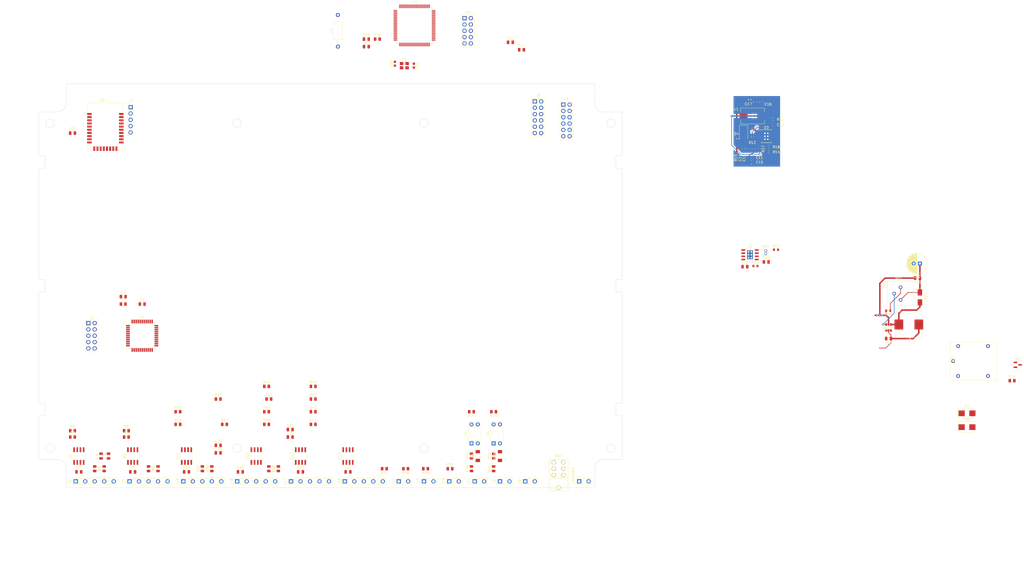
<source format=kicad_pcb>
(kicad_pcb (version 20211014) (generator pcbnew)

  (general
    (thickness 1.6)
  )

  (paper "A3")
  (layers
    (0 "F.Cu" signal)
    (31 "B.Cu" signal)
    (32 "B.Adhes" user "B.Adhesive")
    (33 "F.Adhes" user "F.Adhesive")
    (34 "B.Paste" user)
    (35 "F.Paste" user)
    (36 "B.SilkS" user "B.Silkscreen")
    (37 "F.SilkS" user "F.Silkscreen")
    (38 "B.Mask" user)
    (39 "F.Mask" user)
    (40 "Dwgs.User" user "User.Drawings")
    (41 "Cmts.User" user "User.Comments")
    (42 "Eco1.User" user "User.Eco1")
    (43 "Eco2.User" user "User.Eco2")
    (44 "Edge.Cuts" user)
    (45 "Margin" user)
    (46 "B.CrtYd" user "B.Courtyard")
    (47 "F.CrtYd" user "F.Courtyard")
    (48 "B.Fab" user)
    (49 "F.Fab" user)
    (50 "User.1" user)
    (51 "User.2" user)
    (52 "User.3" user)
    (53 "User.4" user)
    (54 "User.5" user)
    (55 "User.6" user)
    (56 "User.7" user)
    (57 "User.8" user)
    (58 "User.9" user)
  )

  (setup
    (stackup
      (layer "F.SilkS" (type "Top Silk Screen"))
      (layer "F.Paste" (type "Top Solder Paste"))
      (layer "F.Mask" (type "Top Solder Mask") (thickness 0.01))
      (layer "F.Cu" (type "copper") (thickness 0.035))
      (layer "dielectric 1" (type "core") (thickness 1.51) (material "FR4") (epsilon_r 4.5) (loss_tangent 0.02))
      (layer "B.Cu" (type "copper") (thickness 0.035))
      (layer "B.Mask" (type "Bottom Solder Mask") (thickness 0.01))
      (layer "B.Paste" (type "Bottom Solder Paste"))
      (layer "B.SilkS" (type "Bottom Silk Screen"))
      (copper_finish "None")
      (dielectric_constraints no)
    )
    (pad_to_mask_clearance 0)
    (pcbplotparams
      (layerselection 0x00010fc_ffffffff)
      (disableapertmacros false)
      (usegerberextensions false)
      (usegerberattributes true)
      (usegerberadvancedattributes true)
      (creategerberjobfile true)
      (svguseinch false)
      (svgprecision 6)
      (excludeedgelayer true)
      (plotframeref false)
      (viasonmask false)
      (mode 1)
      (useauxorigin false)
      (hpglpennumber 1)
      (hpglpenspeed 20)
      (hpglpendiameter 15.000000)
      (dxfpolygonmode true)
      (dxfimperialunits true)
      (dxfusepcbnewfont true)
      (psnegative false)
      (psa4output false)
      (plotreference true)
      (plotvalue true)
      (plotinvisibletext false)
      (sketchpadsonfab false)
      (subtractmaskfromsilk false)
      (outputformat 1)
      (mirror false)
      (drillshape 1)
      (scaleselection 1)
      (outputdirectory "")
    )
  )

  (net 0 "")
  (net 1 "VCC")
  (net 2 "GND")
  (net 3 "MOTOR1_A")
  (net 4 "MOTOR1_B")
  (net 5 "MOTOR2_A")
  (net 6 "MOTOR2_B")
  (net 7 "MOTOR3_A")
  (net 8 "MOTOR3_B")
  (net 9 "MOTOR4_A")
  (net 10 "MOTOR4_B")
  (net 11 "VALVE1_CLOSE")
  (net 12 "VALVE1_OPEN")
  (net 13 "VALVE2_CLOSE")
  (net 14 "VALVE2_OPEN")
  (net 15 "VALVE3_CLOSE")
  (net 16 "VALVE3_OPEN")
  (net 17 "MCU_LINE_PLUS")
  (net 18 "Net-(BT1-Pad1)")
  (net 19 "MCU_BAT_PLUS")
  (net 20 "MCU_PWR_SRC")
  (net 21 "Net-(C18-Pad1)")
  (net 22 "Net-(RV1-Pad2)")
  (net 23 "GNDD")
  (net 24 "MCU_FS1")
  (net 25 "Net-(C27-Pad1)")
  (net 26 "MCU_FS2")
  (net 27 "SWDIO")
  (net 28 "/MCU/ISP_RESET")
  (net 29 "SWDCLC")
  (net 30 "MCU_BAT_CHARGE")
  (net 31 "unconnected-(U1-Pad6)")
  (net 32 "unconnected-(U2-Pad6)")
  (net 33 "Net-(J5-Pad1)")
  (net 34 "MCU_LS1_DATA")
  (net 35 "MCU_LS2_DATA")
  (net 36 "MCU_LS1_CTRL")
  (net 37 "MCU_LS2_CTRL")
  (net 38 "MCU_LS3_DATA")
  (net 39 "MCU_LS3_CTRL")
  (net 40 "MCU_RXD")
  (net 41 "MCU_TXD")
  (net 42 "/MCU/ISP_MOSI")
  (net 43 "/MCU/ISP_SCK")
  (net 44 "/MCU/ISP_MISO")
  (net 45 "Net-(C14-Pad1)")
  (net 46 "unconnected-(SW1-Pad4)")
  (net 47 "unconnected-(SW1-Pad1)")
  (net 48 "Net-(Q1-Pad1)")
  (net 49 "/User control/LCD_V0")
  (net 50 "/User control/CLK")
  (net 51 "~{LCD_CS}")
  (net 52 "LCD_A0")
  (net 53 "~{LCD_WR}")
  (net 54 "/User control/~{LCD_RD}")
  (net 55 "LCD_DB3")
  (net 56 "LCD_DB2")
  (net 57 "LCD_DB1")
  (net 58 "LCD_DB0")
  (net 59 "BT_DBG_TXD")
  (net 60 "Net-(C34-Pad1)")
  (net 61 "Net-(C34-Pad2)")
  (net 62 "unconnected-(U6-Pad1)")
  (net 63 "unconnected-(U6-Pad2)")
  (net 64 "unconnected-(U6-Pad3)")
  (net 65 "unconnected-(U6-Pad4)")
  (net 66 "unconnected-(U6-Pad6)")
  (net 67 "unconnected-(U6-Pad8)")
  (net 68 "unconnected-(U6-Pad9)")
  (net 69 "unconnected-(U6-Pad17)")
  (net 70 "unconnected-(U6-Pad19)")
  (net 71 "unconnected-(U6-Pad25)")
  (net 72 "unconnected-(U6-Pad26)")
  (net 73 "unconnected-(U6-Pad27)")
  (net 74 "unconnected-(U6-Pad29)")
  (net 75 "unconnected-(U6-Pad35)")
  (net 76 "unconnected-(U6-Pad41)")
  (net 77 "unconnected-(U6-Pad43)")
  (net 78 "Net-(C2-Pad1)")
  (net 79 "Net-(C7-Pad1)")
  (net 80 "Net-(C7-Pad2)")
  (net 81 "Net-(C8-Pad1)")
  (net 82 "Net-(C8-Pad2)")
  (net 83 "Net-(C10-Pad1)")
  (net 84 "Net-(C13-Pad1)")
  (net 85 "Net-(C13-Pad2)")
  (net 86 "Net-(C14-Pad2)")
  (net 87 "Net-(C23-Pad1)")
  (net 88 "Net-(C24-Pad1)")
  (net 89 "Net-(C25-Pad1)")
  (net 90 "Net-(C35-Pad1)")
  (net 91 "Net-(C35-Pad2)")
  (net 92 "Net-(C40-Pad1)")
  (net 93 "Net-(C40-Pad2)")
  (net 94 "Net-(C41-Pad1)")
  (net 95 "Net-(C41-Pad2)")
  (net 96 "Net-(D3-Pad2)")
  (net 97 "Net-(D3-Pad4)")
  (net 98 "Net-(D3-Pad6)")
  (net 99 "Net-(D8-Pad2)")
  (net 100 "Net-(D9-Pad1)")
  (net 101 "Net-(D10-Pad1)")
  (net 102 "MOTOR5_A")
  (net 103 "MOTOR5_B")
  (net 104 "MOTOR6_A")
  (net 105 "MOTOR6_B")
  (net 106 "Net-(J4-Pad1)")
  (net 107 "unconnected-(J9-Pad3)")
  (net 108 "VALVE5_CLOSE")
  (net 109 "VALVE5_OPEN")
  (net 110 "VALVE6_CLOSE")
  (net 111 "VALVE6_OPEN")
  (net 112 "Net-(D5-Pad1)")
  (net 113 "Net-(R13-Pad1)")
  (net 114 "Net-(R19-Pad1)")
  (net 115 "Net-(R22-Pad2)")
  (net 116 "Net-(R23-Pad2)")
  (net 117 "unconnected-(U1-Pad1)")
  (net 118 "unconnected-(U1-Pad2)")
  (net 119 "unconnected-(U1-Pad3)")
  (net 120 "unconnected-(U1-Pad5)")
  (net 121 "unconnected-(U1-Pad7)")
  (net 122 "unconnected-(U1-Pad8)")
  (net 123 "unconnected-(U1-Pad9)")
  (net 124 "unconnected-(U1-Pad10)")
  (net 125 "unconnected-(U1-Pad11)")
  (net 126 "unconnected-(U1-Pad12)")
  (net 127 "unconnected-(U1-Pad13)")
  (net 128 "unconnected-(U1-Pad14)")
  (net 129 "unconnected-(U1-Pad15)")
  (net 130 "unconnected-(U1-Pad17)")
  (net 131 "unconnected-(U1-Pad18)")
  (net 132 "unconnected-(U1-Pad19)")
  (net 133 "unconnected-(U1-Pad20)")
  (net 134 "unconnected-(U1-Pad21)")
  (net 135 "unconnected-(U1-Pad22)")
  (net 136 "unconnected-(U1-Pad23)")
  (net 137 "unconnected-(U1-Pad24)")
  (net 138 "unconnected-(U1-Pad25)")
  (net 139 "unconnected-(U1-Pad26)")
  (net 140 "unconnected-(U1-Pad27)")
  (net 141 "unconnected-(U1-Pad28)")
  (net 142 "unconnected-(U1-Pad29)")
  (net 143 "unconnected-(U1-Pad30)")
  (net 144 "unconnected-(U1-Pad31)")
  (net 145 "unconnected-(U1-Pad32)")
  (net 146 "unconnected-(U1-Pad33)")
  (net 147 "unconnected-(U1-Pad34)")
  (net 148 "unconnected-(U1-Pad35)")
  (net 149 "unconnected-(U1-Pad36)")
  (net 150 "unconnected-(U1-Pad37)")
  (net 151 "unconnected-(U1-Pad39)")
  (net 152 "unconnected-(U1-Pad40)")
  (net 153 "unconnected-(U1-Pad41)")
  (net 154 "unconnected-(U1-Pad42)")
  (net 155 "unconnected-(U1-Pad43)")
  (net 156 "unconnected-(U1-Pad44)")
  (net 157 "unconnected-(U3-Pad6)")
  (net 158 "unconnected-(U6-Pad10)")
  (net 159 "unconnected-(U6-Pad31)")
  (net 160 "unconnected-(U7-Pad1)")
  (net 161 "unconnected-(U7-Pad2)")
  (net 162 "unconnected-(U7-Pad3)")
  (net 163 "unconnected-(U7-Pad4)")
  (net 164 "unconnected-(U7-Pad5)")
  (net 165 "unconnected-(U7-Pad6)")
  (net 166 "unconnected-(U7-Pad7)")
  (net 167 "unconnected-(U7-Pad8)")
  (net 168 "unconnected-(U7-Pad9)")
  (net 169 "unconnected-(U7-Pad14)")
  (net 170 "unconnected-(U7-Pad15)")
  (net 171 "unconnected-(U7-Pad16)")
  (net 172 "unconnected-(U7-Pad17)")
  (net 173 "unconnected-(U7-Pad18)")
  (net 174 "unconnected-(U7-Pad19)")
  (net 175 "unconnected-(U7-Pad23)")
  (net 176 "unconnected-(U7-Pad24)")
  (net 177 "unconnected-(U7-Pad25)")
  (net 178 "unconnected-(U7-Pad26)")
  (net 179 "unconnected-(U7-Pad27)")
  (net 180 "unconnected-(U7-Pad28)")
  (net 181 "unconnected-(U7-Pad29)")
  (net 182 "unconnected-(U7-Pad35)")
  (net 183 "unconnected-(U7-Pad36)")
  (net 184 "unconnected-(U7-Pad37)")
  (net 185 "unconnected-(U7-Pad38)")
  (net 186 "unconnected-(U7-Pad39)")
  (net 187 "unconnected-(U7-Pad40)")
  (net 188 "unconnected-(U7-Pad41)")
  (net 189 "unconnected-(U7-Pad42)")
  (net 190 "unconnected-(U7-Pad43)")
  (net 191 "unconnected-(U7-Pad44)")
  (net 192 "unconnected-(U7-Pad45)")
  (net 193 "unconnected-(U7-Pad46)")
  (net 194 "unconnected-(U7-Pad47)")
  (net 195 "unconnected-(U7-Pad48)")
  (net 196 "unconnected-(U7-Pad49)")
  (net 197 "unconnected-(U7-Pad50)")
  (net 198 "unconnected-(U7-Pad51)")
  (net 199 "unconnected-(U7-Pad52)")
  (net 200 "unconnected-(U7-Pad53)")
  (net 201 "unconnected-(U7-Pad54)")
  (net 202 "unconnected-(U7-Pad55)")
  (net 203 "unconnected-(U7-Pad56)")
  (net 204 "unconnected-(U7-Pad57)")
  (net 205 "unconnected-(U7-Pad58)")
  (net 206 "unconnected-(U7-Pad59)")
  (net 207 "unconnected-(U7-Pad60)")
  (net 208 "unconnected-(U7-Pad63)")
  (net 209 "unconnected-(U7-Pad64)")
  (net 210 "unconnected-(U7-Pad65)")
  (net 211 "unconnected-(U7-Pad66)")
  (net 212 "unconnected-(U7-Pad67)")
  (net 213 "unconnected-(U7-Pad68)")
  (net 214 "unconnected-(U7-Pad69)")
  (net 215 "unconnected-(U7-Pad70)")
  (net 216 "unconnected-(U7-Pad71)")
  (net 217 "unconnected-(U7-Pad72)")
  (net 218 "unconnected-(U7-Pad73)")
  (net 219 "unconnected-(U7-Pad74)")
  (net 220 "unconnected-(U7-Pad75)")
  (net 221 "unconnected-(U7-Pad76)")
  (net 222 "unconnected-(U7-Pad77)")
  (net 223 "unconnected-(U7-Pad78)")
  (net 224 "unconnected-(U7-Pad79)")
  (net 225 "unconnected-(U7-Pad82)")
  (net 226 "unconnected-(U7-Pad83)")
  (net 227 "unconnected-(U7-Pad84)")
  (net 228 "unconnected-(U7-Pad85)")
  (net 229 "unconnected-(U7-Pad86)")
  (net 230 "unconnected-(U7-Pad87)")
  (net 231 "unconnected-(U7-Pad88)")
  (net 232 "unconnected-(U7-Pad89)")
  (net 233 "unconnected-(U7-Pad90)")
  (net 234 "unconnected-(U7-Pad91)")
  (net 235 "unconnected-(U7-Pad92)")
  (net 236 "unconnected-(U7-Pad93)")
  (net 237 "unconnected-(U7-Pad94)")
  (net 238 "unconnected-(U7-Pad95)")
  (net 239 "unconnected-(U7-Pad96)")
  (net 240 "unconnected-(U7-Pad97)")
  (net 241 "/Valve driver 1/VALVE_ISP_MOSI")
  (net 242 "unconnected-(J1-Pad3)")
  (net 243 "/Valve driver 1/VALVE_ISP_RESET")
  (net 244 "/Valve driver 1/VALVE_ISP_SCK")
  (net 245 "/Valve driver 1/VALVE_ISP_MISO")
  (net 246 "Net-(J6-Pad1)")
  (net 247 "unconnected-(J7-Pad4)")
  (net 248 "unconnected-(J9-Pad1)")
  (net 249 "unconnected-(J9-Pad2)")
  (net 250 "unconnected-(J9-Pad4)")
  (net 251 "unconnected-(J9-Pad5)")
  (net 252 "unconnected-(J9-Pad6)")
  (net 253 "unconnected-(J9-Pad7)")
  (net 254 "unconnected-(J9-Pad8)")
  (net 255 "unconnected-(J9-Pad9)")
  (net 256 "unconnected-(J9-Pad10)")
  (net 257 "unconnected-(J9-Pad11)")
  (net 258 "unconnected-(J9-Pad12)")
  (net 259 "unconnected-(J10-Pad3)")
  (net 260 "unconnected-(U6-Pad7)")
  (net 261 "unconnected-(U6-Pad11)")

  (footprint "Capacitor_SMD:C_0603_1608Metric" (layer "F.Cu") (at 392.59 75.438))

  (footprint "Package_DIP:DIP-4_W7.62mm" (layer "F.Cu") (at 280.67 203.2 90))

  (footprint "Connector_PinHeader_2.54mm:PinHeader_2x05_P2.54mm_Vertical" (layer "F.Cu") (at 118.105 154.945))

  (footprint "Resistor_SMD:R_0805_2012Metric" (layer "F.Cu") (at 194.31 213.36 90))

  (footprint "Capacitor_SMD:C_0805_2012Metric" (layer "F.Cu") (at 203.2 214.63))

  (footprint "Diode_SMD:D_SMB" (layer "F.Cu") (at 470.535 191.135))

  (footprint "Plumbing_Controller:PinHeader_1x05_P3.81mm" (layer "F.Cu") (at 156.21 218.44 90))

  (footprint "Resistor_SMD:R_0805_2012Metric" (layer "F.Cu") (at 190.5 213.36 -90))

  (footprint "Resistor_SMD:R_0805_2012Metric" (layer "F.Cu") (at 111.76 198.12))

  (footprint "Plumbing_Controller:JQC-3FF" (layer "F.Cu") (at 464.975 170.18))

  (footprint "Capacitor_SMD:C_0603_1608Metric" (layer "F.Cu") (at 384.97 85.09 -90))

  (footprint "Capacitor_SMD:C_0805_2012Metric" (layer "F.Cu") (at 179.07 214.63))

  (footprint "Plumbing_Controller:PinHeader_1x02_P3.81mm" (layer "F.Cu") (at 314.96 218.44 90))

  (footprint "Plumbing_Controller:PinHeader_1x02_P3.81mm" (layer "F.Cu") (at 242.57 218.44 90))

  (footprint "Resistor_SMD:R_0805_2012Metric" (layer "F.Cu") (at 190.5 185.42))

  (footprint "Resistor_SMD:R_0805_2012Metric" (layer "F.Cu") (at 133.35 198.12))

  (footprint "Connector_PinHeader_2.54mm:PinHeader_2x06_P2.54mm_Vertical" (layer "F.Cu") (at 308.605 67.31))

  (footprint "Resistor_SMD:R_0805_2012Metric" (layer "F.Cu") (at 189.5875 195.58))

  (footprint "Capacitor_SMD:C_0805_2012Metric" (layer "F.Cu") (at 132.1 144.34))

  (footprint "Capacitor_SMD:C_0805_2012Metric" (layer "F.Cu") (at 388.106 66.294 90))

  (footprint "Plumbing_Controller:PinHeader_1x05_P3.81mm" (layer "F.Cu") (at 134.62 218.44 90))

  (footprint "Plumbing_Controller:PinHeader_1x02_P3.81mm" (layer "F.Cu") (at 252.73 218.44 90))

  (footprint "Capacitor_SMD:C_0805_2012Metric" (layer "F.Cu") (at 385.5255 66.294 90))

  (footprint "Package_SO:SOP-8_3.76x4.96mm_P1.27mm" (layer "F.Cu") (at 157.48 208.28 90))

  (footprint "Diode_SMD:D_SMA" (layer "F.Cu") (at 451.64 144.653 -90))

  (footprint "Resistor_SMD:R_0805_2012Metric" (layer "F.Cu") (at 208.28 180.34))

  (footprint "Capacitor_SMD:C_0603_1608Metric" (layer "F.Cu") (at 248.666 51.689 -90))

  (footprint "Capacitor_SMD:C_0805_2012Metric" (layer "F.Cu") (at 199.07 197.65))

  (footprint "Capacitor_SMD:C_0805_2012Metric" (layer "F.Cu") (at 381.4425 132.32))

  (footprint "plumbing_controller:SOIC-8-1EP_3.9x4.9mm_Pitch1.27mm" (layer "F.Cu") (at 383.4925 127.54))

  (footprint "Crystal:Crystal_SMD_3225-4Pin_3.2x2.5mm" (layer "F.Cu") (at 244.856 51.689))

  (footprint "Package_SO:SOP-8_3.76x4.96mm_P1.27mm" (layer "F.Cu") (at 222.25 208.28 90))

  (footprint "Resistor_SMD:R_0603_1608Metric" (layer "F.Cu") (at 387.35 85.09 90))

  (footprint "Capacitor_SMD:C_0805_2012Metric" (layer "F.Cu") (at 222.25 214.63))

  (footprint "Resistor_SMD:R_0805_2012Metric" (layer "F.Cu") (at 245.3875 213.36 180))

  (footprint "Plumbing_Controller:PinHeader_1x05_P3.81mm" (layer "F.Cu") (at 177.8 218.44 90))

  (footprint "Plumbing_Controller:PinHeader_1x02_P3.81mm" (layer "F.Cu") (at 293.37 218.44 90))

  (footprint "Capacitor_THT:CP_Radial_D8.0mm_P2.50mm" (layer "F.Cu") (at 451.64 131.064 180))

  (footprint "Capacitor_SMD:C_0805_2012Metric" (layer "F.Cu") (at 389.9925 130.42))

  (footprint "Resistor_SMD:R_0805_2012Metric" (layer "F.Cu") (at 208.28 190.5))

  (footprint "Resistor_SMD:R_0603_1608Metric" (layer "F.Cu") (at 385.6725 132.07))

  (footprint "Resistor_SMD:R_0805_2012Metric" (layer "F.Cu") (at 234.046 41.029))

  (footprint "Resistor_SMD:R_0805_2012Metric" (layer "F.Cu") (at 111.76 200.66))

  (footprint "plumbing_controller:SMTS-202-2C4" (layer "F.Cu") (at 306.705 210.82 90))

  (footprint "Capacitor_SMD:C_0603_1608Metric" (layer "F.Cu") (at 241.046 50.914 90))

  (footprint "Diode_SMD:D_MiniMELF" (layer "F.Cu") (at 274.32 208.28 90))

  (footprint "Capacitor_SMD:C_0805_2012Metric" (layer "F.Cu") (at 111.76 78.74))

  (footprint "Connector_PinHeader_2.54mm:PinHeader_2x06_P2.54mm_Vertical" (layer "F.Cu")
    (tedit 59FED5CC) (tstamp 5f49f013-1262-46fa-98cb-d81c975e6b54)
    (at 297.18 66.04)
    (descr "Through hole straight pin header, 2x06, 2.54mm pitch, double rows")
    (tags "Through hole pin header THT 2x06 2.54mm double row")
    (property "Sheetfile" "control.kicad_sch")
    (property "Sheetname" "User control")
    (path "/4490126e-8b5d-42f3-ad3f-0fd57719dac4/606c35b0-81c1-4728-9beb-ef0a138e044e")
    (attr through_hole)
    (fp_text reference "J9" (at 1.27 -2.33) (layer "F.SilkS")
      (effects (font (size 1 1) (thickness 0.15)))
      (tstamp 714032b1-8398-45f2-b868-f99a30e447fd)
    )
    (fp_text value "UI" (at 1.27 15.03) (layer "F.Fab")
      (effects (font (size 1 1) (thickness 0.15)))
      (tstamp fd19a0c6-4f64-451e-a8e1-501fb82f1466)
    )
    (fp_text user "${REFERENCE}" (at 1.27 6.35 90) (layer "F.Fab")
      (effects (font (size 1 1) (thickness 0.15)))
      (tstamp 9da87252-abf5-41d2-a8b5-fb8cc144118e)
    )
    (fp_line (start -1.33 1.27) (end -1.33 14.03) (layer "F.SilkS") (width 0.12) (tstamp 1c115f8e-7543-48b6-a5ad-644168c8ab31))
    (fp_line (start 1.27 -1.33) (end 3.87 -1.33) (layer "F.SilkS") (width 0.12) (tstamp 3b245d06-0452-40bc-8c3c-b5b616774d8b))
    (fp_line (start -1.33 -1.33) (end 0 -1.33) (layer "F.SilkS") (width 0.12) (tstamp 5fd55f60-f4ed-4881-9628-1960c2a3689e))
    (fp_line (start 1.27 1.27) (end 1.27 -1.33) (layer "F.SilkS") (width 0.12) (tstamp 6b6dc8a0-5567-45f2-a4e5-e7a0dac43d52))
    (fp_line (start -1.33 14.03) (end 3.87 14.03) (layer "F.SilkS") (width 0.12) (tstamp caf302c8-dd2c-41fa-9472-47233a95c9f4))
    (fp_line (start -1.33 1.27) (end 1.27 1.27) (layer "F.SilkS") (width 0.12) (tstamp dbf30589-0a19-4044-bf45-563ee070d5ee))
    (fp_line (start -1.33 0) (end -1.33 -1.33) (layer "F.SilkS") (width 0.12) (tstamp df81fe1c-e0ea-4178-8066-a8df71a8bf93))
    (fp_line (start 3.87 -1.33) (end 3.87 14.03) (layer "F.SilkS") (width 0.12) (tstamp e0b0cf17-d28f-45a3-8ca5-3072d75eeb5e))
    (fp_line (start -1.8 -1.8) (end -1.8 14.5) (layer "F.CrtYd") (width 0.05) (tstamp 2438e5e1-f9ae-4d96-94e0-e24a6799b3b2))
    (fp_line (start 4.35 -1.8) (end -1.8 -1.8) (layer "F.CrtYd") (width 0.05) (tstamp 52802486-ad61-469e-91cc-ae0068726939))
    (fp_line (start 4.35 14.5) (end 4.35 -1.8) (layer "F.CrtYd") (width 0.05) (tstamp ce121f84-2e1f-4047-8748-11407aa4c94f))
    (fp_line (start -1.8 14.5) (end 4.35 14.5) (layer "F.CrtYd") (width 0.05) (tstamp d8a89b95-ac47-4c88-8d45-f050eda100e9))
    (fp_line (start 3.81 -1.27) (end 3.81 13.97) (layer "F.Fab") (width 0.1) (tstamp 004b4adc-19f6-4374-b23b-ef3f7794ff6a))
    (fp_line (start -1.27 13.97) (end -1.27 0) (layer "F.Fab") (width 0.1) (tstamp 37aea2f1-f77f-46d8-a591-0a3634500307))
    (fp_line (start 0 -1.27) (end 3.81 -1.27) (layer "F.Fab") (width 0.1) (tstamp 4ab2199f-c613-494b-9e12-2ae639ac2ec9))
    (fp_line (start 3.81 13.97) (end -1.27 13.97) (layer "F.Fab") (width 0.1) (tstamp 9fcbe0fe-25d6-4211-8b7c-1b3e1e332d43))
    (fp_line (start -1.27 0) (end 0 -1.27) (layer "F.Fab") (width 0.1) (tstamp ffb90ed5-0b4d-4ec3-a831-f31aa4340575))
    (pad "1" thru_hole rect (at 0 0) (size 1.7 1.7) (drill 1) (layers *.Cu *.Mask)
      (net 248 "unconnected-(J9-Pad1)") (pinfunction "Pin_1") (pintype "passive") (tstamp bc492771-fdc9-4696-9a09-b0741e05456a))
    (pad "2" thru_hole oval (at 2.54 0) (size 1.7 1.7) (drill 1) (layers *.Cu *.Mask)
      (net 249 "unconnected-(J9-Pad2)") (pinfunction "Pin_2") (pintype "passive") (tstamp 281c28b2-b7af-4094-af80-c8798614239e))
    (pad "3" thru_hole oval (at 0 2.54) (size 1.7 1.7) (drill 1) (layers *.Cu *.Mask)
      (net 107 "unconnected-(J9-Pad3)") (pinfunction "Pin_3") (pintype "passive") (tstamp d2fa939c-d51a-45fe-9f91-24ea58744b91))
    (pad "4" thru_hole oval (at 2.54 2.54) (size 1.7 1.7) (drill 1) (layers *.Cu *.Mask)
      (net 250 "unconnected-(J9-Pad4)") (pinfunction "Pin_4") (pintype "passive") (tstamp 979fd70d-23ad-491f-a775-61b4c6bca8a8))
    (pad "5" thru_hole oval (at 0 5.08) (size 1.7 1.7) (drill 1) (layers *.Cu *.Mask)
      (net 251 "unconnected-(J9-Pad5)") (pinfunction "Pin_5") (pintype "passive") (tstamp eeddff94-8208-4575-8999-ea7ab261e729))
    (pad "6" thru_hole oval (at 2.54 5.08) (size 1.7 1.7) (drill 1) (layers *.Cu *.Mask)
      (net 252 "unconnected-(J9-Pad6)") (pinfunction "Pin_6") (pintype "passive") (tstamp 14f50090-2c51-45dd-a739-b639ca614483))
    (pad "7" thru_hole oval (at 0 7.62) (size 1.7 1.7) (drill 1) (layers *.Cu *.Mask)
      (net 253 "unconnected-(J9-Pad7)") (pinfunction "Pin_7") (pintype "passive") (tstamp 864663ee-a0fc-4fc7-b242-e791abb5151a))
    (pad "8" thru_hole oval (at 2.54 7.62) (size 1.7 1.7) (drill 1) (layers *.Cu *.Mask)
      (net 254 "unconnected-(J9-Pad8)") (pinfunction "Pin_8") (pintype "passive") (tstamp 34e572c3-3632-4f0e-9ee7-b2347a26136d))
    (pad "9" thru_hole oval (at 0 10.16) (size 1.7 1.7) (drill 1) (layers *.Cu *.Mask)
      (ne
... [351031 chars truncated]
</source>
